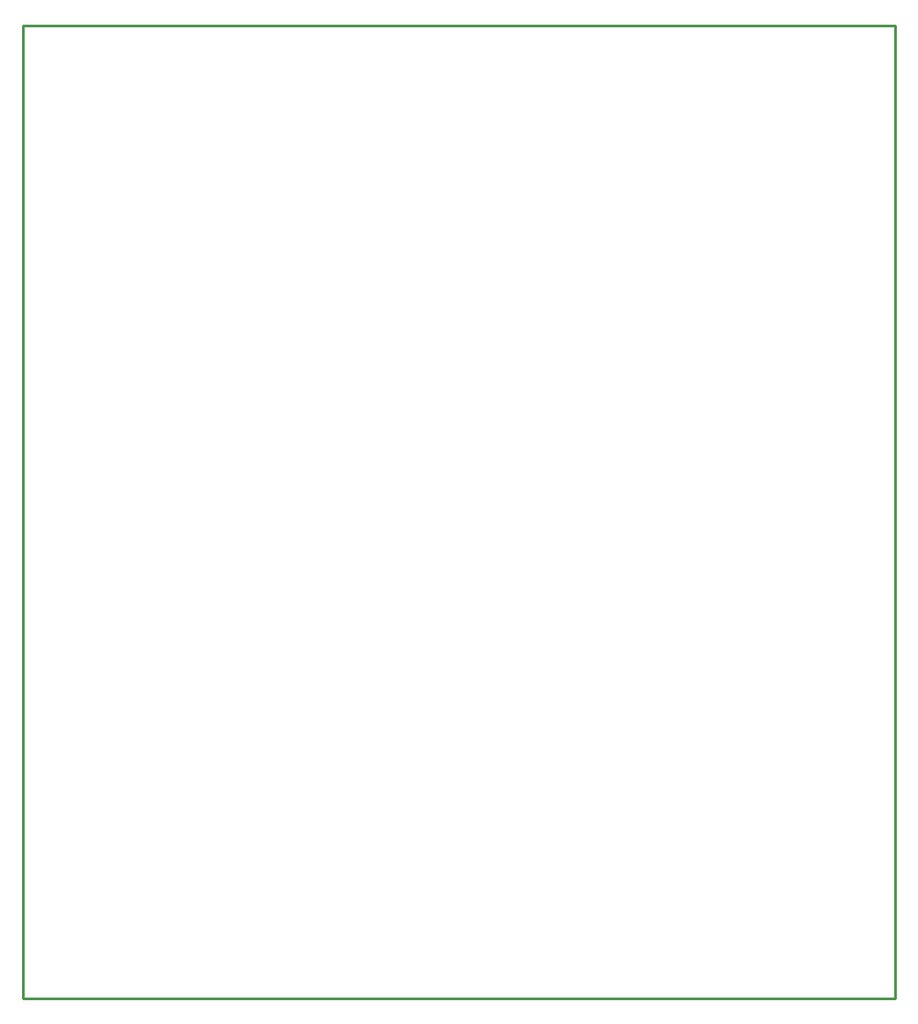
<source format=gko>
G04*
G04 #@! TF.GenerationSoftware,Altium Limited,Altium Designer,23.0.1 (38)*
G04*
G04 Layer_Color=16711935*
%FSLAX44Y44*%
%MOMM*%
G71*
G04*
G04 #@! TF.SameCoordinates,985B461A-E2ED-4122-8631-A30AF7355125*
G04*
G04*
G04 #@! TF.FilePolarity,Positive*
G04*
G01*
G75*
%ADD26C,0.2540*%
D26*
X254000Y281940D02*
Y1216660D01*
Y281940D02*
X1092200D01*
Y1216660D01*
X254000D02*
X1092200D01*
M02*

</source>
